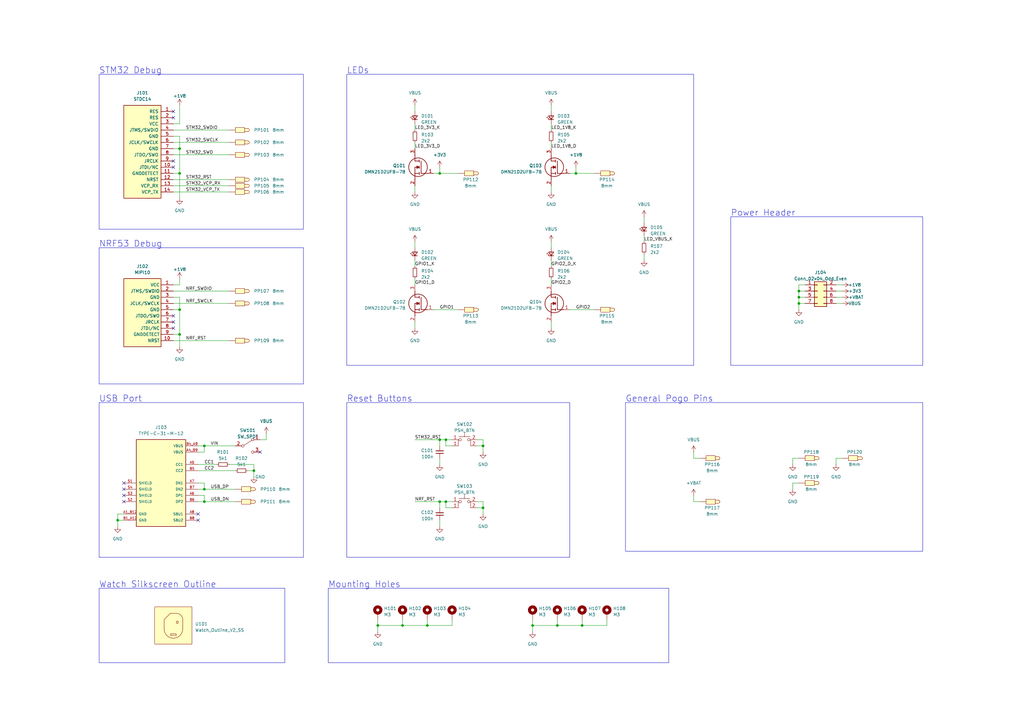
<source format=kicad_sch>
(kicad_sch (version 20230121) (generator eeschema)
  (paper "A3")
  (title_block (title "Watch Test Rig") (date "2023-12-25") (rev "1") (comment 1 "Checked by Ben Smith 25/12/23"))
  (lib_symbols
    (symbol "Connector_Generic:Conn_02x04_Odd_Even" (pin_names (offset 1.016) hide)
      (property "Reference" "J" (at 1.27 5.08 0))
      (property "Value" "Conn_02x04_Odd_Even" (at 1.27 -7.62 0))
      (symbol "Conn_02x04_Odd_Even_1_1"
        (rectangle (start -1.27 -4.953) (end 0 -5.207) (stroke (width 0.1524)))
        (rectangle (start -1.27 -2.413) (end 0 -2.667) (stroke (width 0.1524)))
        (rectangle (start -1.27 0.127) (end 0 -0.127) (stroke (width 0.1524)))
        (rectangle (start -1.27 2.667) (end 0 2.413) (stroke (width 0.1524)))
        (rectangle (start -1.27 3.81) (end 3.81 -6.35) (stroke (width 0.254)) (fill (type background)))
        (rectangle (start 3.81 -4.953) (end 2.54 -5.207) (stroke (width 0.1524)))
        (rectangle (start 3.81 -2.413) (end 2.54 -2.667) (stroke (width 0.1524)))
        (rectangle (start 3.81 0.127) (end 2.54 -0.127) (stroke (width 0.1524)))
        (rectangle (start 3.81 2.667) (end 2.54 2.413) (stroke (width 0.1524)))
        (pin passive line (at -5.08 2.54 0) (length 3.81) (name "Pin_1") (number "1"))
        (pin passive line (at 7.62 2.54 180) (length 3.81) (name "Pin_2") (number "2"))
        (pin passive line (at -5.08 0 0) (length 3.81) (name "Pin_3") (number "3"))
        (pin passive line (at 7.62 0 180) (length 3.81) (name "Pin_4") (number "4"))
        (pin passive line (at -5.08 -2.54 0) (length 3.81) (name "Pin_5") (number "5"))
        (pin passive line (at 7.62 -2.54 180) (length 3.81) (name "Pin_6") (number "6"))
        (pin passive line (at -5.08 -5.08 0) (length 3.81) (name "Pin_7") (number "7"))
        (pin passive line (at 7.62 -5.08 180) (length 3.81) (name "Pin_8") (number "8"))
      )
    )
    (symbol "DMN21D2UFB-7B:DMN21D2UFB-7B" (pin_names hide)
      (property "Reference" "Q" (at 11.43 3.81 0))
      (property "Value" "DMN21D2UFB-7B" (at 11.43 1.27 0))
      (symbol "DMN21D2UFB-7B_1_1"
        (polyline (pts (xy 2.54 0) (xy 5.08 0)) (stroke (width 0.254)))
        (polyline (pts (xy 5.08 5.08) (xy 5.08 0)) (stroke (width 0.254)))
        (polyline (pts (xy 5.842 -0.508) (xy 5.842 0.508)) (stroke (width 0.254)))
        (polyline (pts (xy 5.842 0) (xy 7.62 0)) (stroke (width 0.254)))
        (polyline (pts (xy 5.842 2.032) (xy 5.842 3.048)) (stroke (width 0.254)))
        (polyline (pts (xy 5.842 5.588) (xy 5.842 4.572)) (stroke (width 0.254)))
        (polyline (pts (xy 7.62 2.54) (xy 5.842 2.54)) (stroke (width 0.254)))
        (polyline (pts (xy 7.62 2.54) (xy 7.62 -2.54)) (stroke (width 0.254)))
        (polyline (pts (xy 7.62 5.08) (xy 5.842 5.08)) (stroke (width 0.254)))
        (polyline (pts (xy 7.62 5.08) (xy 7.62 7.62)) (stroke (width 0.254)))
        (polyline (pts (xy 5.842 2.54) (xy 6.858 3.048) (xy 6.858 2.032) (xy 5.842 2.54)) (stroke (width 0.254)) (fill (type outline)))
        (circle (center 6.35 2.54) (radius 3.81) (stroke (width 0.254)))
        (pin passive line (at 0 0 0) (length 2.54) (name "G") (number "1"))
        (pin passive line (at 7.62 -5.08 90) (length 2.54) (name "S") (number "2"))
        (pin passive line (at 7.62 10.16 270) (length 2.54) (name "D") (number "3"))
      )
    )
    (symbol "Device:C_Small" (pin_numbers hide) (pin_names (offset 0.254) hide)
      (property "Reference" "C" (at 0.254 1.778 0))
      (property "Value" "C_Small" (at 0.254 -2.032 0))
      (symbol "C_Small_0_1"
        (polyline (pts (xy -1.524 -0.508) (xy 1.524 -0.508)) (stroke (width 0.3302)))
        (polyline (pts (xy -1.524 0.508) (xy 1.524 0.508)) (stroke (width 0.3048)))
      )
      (symbol "C_Small_1_1"
        (pin passive line (at 0 2.54 270) (length 2.032) (name "~") (number "1"))
        (pin passive line (at 0 -2.54 90) (length 2.032) (name "~") (number "2"))
      )
    )
    (symbol "Device:LED_Small" (pin_numbers hide) (pin_names (offset 0.254) hide)
      (property "Reference" "D" (at -1.27 3.175 0))
      (property "Value" "LED_Small" (at -4.445 -2.54 0))
      (symbol "LED_Small_0_1"
        (polyline (pts (xy -0.762 -1.016) (xy -0.762 1.016)) (stroke (width 0.254)))
        (polyline (pts (xy 1.016 0) (xy -0.762 0)))
        (polyline (pts (xy 0.762 -1.016) (xy -0.762 0) (xy 0.762 1.016) (xy 0.762 -1.016)) (stroke (width 0.254)))
        (polyline (pts (xy 0 0.762) (xy -0.508 1.27) (xy -0.254 1.27) (xy -0.508 1.27) (xy -0.508 1.016)))
        (polyline (pts (xy 0.508 1.27) (xy 0 1.778) (xy 0.254 1.778) (xy 0 1.778) (xy 0 1.524)))
      )
      (symbol "LED_Small_1_1"
        (pin passive line (at -2.54 0 0) (length 1.778) (name "K") (number "1"))
        (pin passive line (at 2.54 0 180) (length 1.778) (name "A") (number "2"))
      )
    )
    (symbol "Device:R_Small" (pin_numbers hide) (pin_names (offset 0.254) hide)
      (property "Reference" "R" (at 0.762 0.508 0))
      (property "Value" "R_Small" (at 0.762 -1.016 0))
      (symbol "R_Small_0_1"
        (rectangle (start -0.762 1.778) (end 0.762 -1.778) (stroke (width 0.2032)))
      )
      (symbol "R_Small_1_1"
        (pin passive line (at 0 2.54 270) (length 0.762) (name "~") (number "1"))
        (pin passive line (at 0 -2.54 90) (length 0.762) (name "~") (number "2"))
      )
    )
    (symbol "Mechanical:MountingHole_Pad" (pin_numbers hide) (pin_names (offset 1.016) hide)
      (property "Reference" "H" (at 0 6.35 0))
      (property "Value" "MountingHole_Pad" (at 0 4.445 0))
      (symbol "MountingHole_Pad_0_1"
        (circle (center 0 1.27) (radius 1.27) (stroke (width 1.27)))
      )
      (symbol "MountingHole_Pad_1_1"
        (pin input line (at 0 -2.54 90) (length 2.54) (name "1") (number "1"))
      )
    )
    (symbol "Switch:SW_SPDT" (pin_names (offset 0) hide)
      (property "Reference" "SW" (at 0 4.318 0))
      (property "Value" "SW_SPDT" (at 0 -5.08 0))
      (symbol "SW_SPDT_0_0"
        (circle (center -2.032 0) (radius 0.508))
        (circle (center 2.032 -2.54) (radius 0.508))
      )
      (symbol "SW_SPDT_0_1"
        (polyline (pts (xy -1.524 0.254) (xy 1.651 2.286)))
        (circle (center 2.032 2.54) (radius 0.508))
      )
      (symbol "SW_SPDT_1_1"
        (pin passive line (at 5.08 2.54 180) (length 2.54) (name "A") (number "1"))
        (pin passive line (at -5.08 0 0) (length 2.54) (name "B") (number "2"))
        (pin passive line (at 5.08 -2.54 180) (length 2.54) (name "C") (number "3"))
      )
    )
    (symbol "TYPE-C-31-M-12:TYPE-C-31-M-12" (pin_names (offset 1.016))
      (property "Reference" "J" (at 0 16.51 0))
      (property "Value" "TYPE-C-31-M-12" (at 0 15.24 0))
      (symbol "TYPE-C-31-M-12_0_0"
        (rectangle (start -10.16 12.7) (end 10.16 -22.86) (stroke (width 0.254)) (fill (type background)))
        (pin power_in line (at 15.24 -17.78 180) (length 5.08) (name "GND") (number "A1_B12"))
        (pin power_in line (at -15.24 7.62 0) (length 5.08) (name "VBUS") (number "A4_B9"))
        (pin bidirectional line (at -15.24 2.54 0) (length 5.08) (name "CC1") (number "A5"))
        (pin bidirectional line (at -15.24 -10.16 0) (length 5.08) (name "DP1") (number "A6"))
        (pin bidirectional line (at -15.24 -5.08 0) (length 5.08) (name "DN1") (number "A7"))
        (pin bidirectional line (at -15.24 -17.78 0) (length 5.08) (name "SBU1") (number "A8"))
        (pin power_in line (at 15.24 -20.32 180) (length 5.08) (name "GND") (number "B1_A12"))
        (pin power_in line (at -15.24 10.16 0) (length 5.08) (name "VBUS") (number "B4_A9"))
        (pin bidirectional line (at -15.24 0 0) (length 5.08) (name "CC2") (number "B5"))
        (pin bidirectional line (at -15.24 -12.7 0) (length 5.08) (name "DP2") (number "B6"))
        (pin bidirectional line (at -15.24 -7.62 0) (length 5.08) (name "DN2") (number "B7"))
        (pin bidirectional line (at -15.24 -20.32 0) (length 5.08) (name "SBU2") (number "B8"))
        (pin passive line (at 15.24 -12.7 180) (length 5.08) (name "SHIELD") (number "S2"))
        (pin passive line (at 15.24 -10.16 180) (length 5.08) (name "SHIELD") (number "S3"))
        (pin passive line (at 15.24 -7.62 180) (length 5.08) (name "SHIELD") (number "S4"))
      )
      (symbol "TYPE-C-31-M-12_1_0"
        (pin passive line (at 15.24 -5.08 180) (length 5.08) (name "SHIELD") (number "S1"))
      )
    )
    (symbol "power:+1V8" (power) (pin_names (offset 0))
      (property "Value" "+1V8" (at 0 3.556 0))
      (symbol "+1V8_0_1"
        (polyline (pts (xy -0.762 1.27) (xy 0 2.54)))
        (polyline (pts (xy 0 0) (xy 0 2.54)))
        (polyline (pts (xy 0 2.54) (xy 0.762 1.27)))
      )
      (symbol "+1V8_1_1"
        (pin power_in line (at 0 0 90) (length 0) hide (name "+1V8") (number "1"))
      )
    )
    (symbol "power:+3V3" (power) (pin_names (offset 0))
      (property "Value" "+3V3" (at 0 3.556 0))
      (symbol "+3V3_0_1"
        (polyline (pts (xy -0.762 1.27) (xy 0 2.54)))
        (polyline (pts (xy 0 0) (xy 0 2.54)))
        (polyline (pts (xy 0 2.54) (xy 0.762 1.27)))
      )
      (symbol "+3V3_1_1"
        (pin power_in line (at 0 0 90) (length 0) hide (name "+3V3") (number "1"))
      )
    )
    (symbol "power:GND" (power) (pin_names (offset 0))
      (property "Value" "GND" (at 0 -3.81 0))
      (symbol "GND_0_1"
        (polyline (pts (xy 0 0) (xy 0 -1.27) (xy 1.27 -1.27) (xy 0 -2.54) (xy -1.27 -1.27) (xy 0 -1.27)))
      )
      (symbol "GND_1_1"
        (pin power_in line (at 0 0 270) (length 0) hide (name "GND") (number "1"))
      )
    )
    (symbol "power:VBUS" (power) (pin_names (offset 0))
      (property "Value" "VBUS" (at 0 3.81 0))
      (symbol "VBUS_0_1"
        (polyline (pts (xy -0.762 1.27) (xy 0 2.54)))
        (polyline (pts (xy 0 0) (xy 0 2.54)))
        (polyline (pts (xy 0 2.54) (xy 0.762 1.27)))
      )
      (symbol "VBUS_1_1"
        (pin power_in line (at 0 0 90) (length 0) hide (name "VBUS") (number "1"))
      )
    )
    (symbol "watch_symbols_lib:+VBAT" (power) (pin_names (offset 0))
      (property "Value" "+VBAT" (at 0 3.556 0))
      (symbol "+VBAT_0_1"
        (polyline (pts (xy -0.762 1.27) (xy 0 2.54)))
        (polyline (pts (xy 0 0) (xy 0 2.54)))
        (polyline (pts (xy 0 2.54) (xy 0.762 1.27)))
      )
      (symbol "+VBAT_1_1"
        (pin power_in line (at 0 0 90) (length 0) hide (name "+VBAT") (number "1"))
      )
    )
    (symbol "watch_symbols_lib:MIPI10"
      (property "Reference" "J" (at 0 17.78 0))
      (property "Value" "MIPI10" (at 0 15.24 0))
      (symbol "MIPI10_1_1"
        (rectangle (start -7.62 12.7) (end 7.62 -15.24) (stroke (width 0.254)) (fill (type background)))
        (pin passive line (at -12.7 10.16 0) (length 5.08) (name "VCC") (number "1"))
        (pin passive line (at -12.7 -12.7 0) (length 5.08) (name "NRST") (number "10"))
        (pin passive line (at -12.7 7.62 0) (length 5.08) (name "JTMS/SWDIO") (number "2"))
        (pin passive line (at -12.7 5.08 0) (length 5.08) (name "GND") (number "3"))
        (pin passive line (at -12.7 2.54 0) (length 5.08) (name "JCLK/SWCLK") (number "4"))
        (pin passive line (at -12.7 0 0) (length 5.08) (name "GND") (number "5"))
        (pin passive line (at -12.7 -2.54 0) (length 5.08) (name "JTDO/SWO") (number "6"))
        (pin passive line (at -12.7 -5.08 0) (length 5.08) (name "JRCLK") (number "7"))
        (pin passive line (at -12.7 -7.62 0) (length 5.08) (name "JTDI/NC") (number "8"))
        (pin passive line (at -12.7 -10.16 0) (length 5.08) (name "GNDDETECT") (number "9"))
      )
    )
    (symbol "watch_symbols_lib:PSH_BTN" (pin_names (offset 1.016) hide)
      (property "Reference" "SW" (at -1.27 10.16 0))
      (property "Value" "PSH_BTN" (at 0 6.985 0))
      (symbol "PSH_BTN_0_1"
        (circle (center -1.778 2.54) (radius 0.508))
        (polyline (pts (xy -2.286 3.81) (xy 2.286 3.81)))
        (polyline (pts (xy 0 3.81) (xy 0 5.588)))
        (polyline (pts (xy -2.54 0) (xy -2.54 2.54) (xy -2.286 2.54)))
        (polyline (pts (xy 2.54 0) (xy 2.54 2.54) (xy 2.286 2.54)))
        (circle (center 1.778 2.54) (radius 0.508))
        (pin passive line (at -5.08 0 0) (length 2.54) (name "1") (number "1"))
        (pin passive line (at -5.08 2.54 0) (length 2.54) (name "1") (number "1"))
        (pin passive line (at 5.08 0 180) (length 2.54) (name "2") (number "2"))
        (pin passive line (at 5.08 2.54 180) (length 2.54) (name "2") (number "2"))
      )
    )
    (symbol "watch_symbols_lib:Pogo_Pin_8mm_SMD" (pin_numbers hide) (pin_names (offset 0.762) hide)
      (property "Reference" "PP" (at 0 8.89 0))
      (property "Value" "Pogo_Pin_8mm_SMD" (at 0 7.112 0))
      (symbol "Pogo_Pin_8mm_SMD_0_1"
        (polyline (pts (xy -0.635 3.81) (xy -0.635 3.81) (xy -0.635 5.08)))
        (polyline (pts (xy 0.635 3.81) (xy 0.635 3.81) (xy 0.635 5.08)))
        (arc (start 0 5.715) (mid -0.449 5.529) (end -0.635 5.08))
        (arc (start 0.635 5.08) (mid 0.449 5.529) (end 0 5.715))
      )
      (symbol "Pogo_Pin_8mm_SMD_1_1"
        (rectangle (start -1.016 3.81) (end 1.016 0) (fill (type background)))
        (rectangle (start -0.635 5.08) (end 0.635 3.81) (stroke (width -0.0001)) (fill (type background)))
        (circle (center 0 5.08) (radius 0.635) (stroke (width -0.0001)) (fill (type background)))
        (pin passive line (at 0 -2.54 90) (length 2.54) (name "1") (number "1"))
      )
    )
    (symbol "watch_symbols_lib:STDC14" (pin_names (offset 1.016))
      (property "Reference" "J" (at 0 22.86 0))
      (property "Value" "STDC14" (at 0 20.32 0))
      (symbol "STDC14_1_1"
        (rectangle (start -7.62 17.78) (end 7.62 -20.32) (stroke (width 0.254)) (fill (type background)))
        (pin passive line (at -12.7 15.24 0) (length 5.08) (name "RES") (number "1"))
        (pin passive line (at -12.7 -7.62 0) (length 5.08) (name "JTDI/NC") (number "10"))
        (pin passive line (at -12.7 -10.16 0) (length 5.08) (name "GNDDETECT") (number "11"))
        (pin passive line (at -12.7 -12.7 0) (length 5.08) (name "NRST") (number "12"))
        (pin passive line (at -12.7 -15.24 0) (length 5.08) (name "VCP_RX") (number "13"))
        (pin passive line (at -12.7 -17.78 0) (length 5.08) (name "VCP_TX") (number "14"))
        (pin passive line (at -12.7 12.7 0) (length 5.08) (name "RES") (number "2"))
        (pin passive line (at -12.7 10.16 0) (length 5.08) (name "VCC") (number "3"))
        (pin passive line (at -12.7 7.62 0) (length 5.08) (name "JTMS/SWDIO") (number "4"))
        (pin passive line (at -12.7 5.08 0) (length 5.08) (name "GND") (number "5"))
        (pin passive line (at -12.7 2.54 0) (length 5.08) (name "JCLK/SWCLK") (number "6"))
        (pin passive line (at -12.7 0 0) (length 5.08) (name "GND") (number "7"))
        (pin passive line (at -12.7 -2.54 0) (length 5.08) (name "JTDO/SWO") (number "8"))
        (pin passive line (at -12.7 -5.08 0) (length 5.08) (name "JRCLK") (number "9"))
      )
    )
    (symbol "watch_symbols_lib:Watch_Outline_V2_SS" (pin_numbers hide) (pin_names (offset 0) hide) (in_bom no)
      (property "Reference" "U" (at 0 12.7 0))
      (property "Value" "Watch_Outline_V2_SS" (at 0 10.16 0))
      (symbol "Watch_Outline_V2_SS_1_1"
        (rectangle (start -7.62 7.62) (end 7.62 -7.62) (fill (type background)))
        (arc (start -3.81 -1.397) (mid -2.6941 -4.0911) (end 0 -5.207))
        (rectangle (start -1.143 -3.429) (end 1.143 -4.064))
        (arc (start 0 -5.207) (mid 2.6941 -4.0911) (end 3.81 -1.397))
        (polyline (pts (xy -1.27 4.953) (xy 1.27 4.953)))
        (polyline (pts (xy 3.81 -1.397) (xy 3.81 -0.127)))
        (polyline (pts (xy 3.81 2.413) (xy 3.81 -0.127)))
        (polyline (pts (xy -1.27 4.953) (xy -3.81 2.413) (xy -3.81 -1.397)))
        (rectangle (start 1.27 1.778) (end 1.905 0.889))
        (arc (start 3.818 2.421) (mid 3.0717 4.2147) (end 1.278 4.961))
      )
    )
  )
  (junction (at 73.66 127))
  (junction (at 165.1 256.54))
  (junction (at 73.66 71.12))
  (junction (at 175.26 256.54))
  (junction (at 83.82 205.74))
  (junction (at 327.66 121.92))
  (junction (at 182.88 205.74))
  (junction (at 48.26 213.36))
  (junction (at 182.88 180.34))
  (junction (at 218.44 256.54))
  (junction (at 180.34 180.34))
  (junction (at 327.66 124.46))
  (junction (at 228.6 256.54))
  (junction (at 180.34 205.74))
  (junction (at 198.12 208.28))
  (junction (at 238.76 256.54))
  (junction (at 104.14 193.04))
  (junction (at 73.66 137.16))
  (junction (at 73.66 60.96))
  (junction (at 83.82 200.66))
  (junction (at 236.22 71.12))
  (junction (at 180.34 71.12))
  (junction (at 198.12 182.88))
  (junction (at 327.66 119.38))
  (junction (at 154.94 256.54))
  (junction (at 83.82 182.88))
  (no_connect (at 71.12 66.04))
  (no_connect (at 50.8 203.2))
  (no_connect (at 71.12 129.54))
  (no_connect (at 81.28 213.36))
  (no_connect (at 71.12 48.26))
  (no_connect (at 81.28 210.82))
  (no_connect (at 71.12 68.58))
  (no_connect (at 50.8 200.66))
  (no_connect (at 71.12 134.62))
  (no_connect (at 50.8 205.74))
  (no_connect (at 50.8 198.12))
  (no_connect (at 106.68 185.42))
  (no_connect (at 71.12 45.72))
  (no_connect (at 71.12 132.08))
  (wire (pts (xy 170.18 106.68) (xy 170.18 109.22)))
  (wire (pts (xy 198.12 182.88) (xy 198.12 185.42)))
  (wire (pts (xy 154.94 256.54) (xy 154.94 259.08)))
  (wire (pts (xy 327.66 116.84) (xy 330.2 116.84)))
  (wire (pts (xy 185.42 208.28) (xy 182.88 208.28)))
  (wire (pts (xy 182.88 208.28) (xy 182.88 205.74)))
  (wire (pts (xy 71.12 78.74) (xy 93.98 78.74)))
  (wire (pts (xy 180.34 187.96) (xy 180.34 190.5)))
  (wire (pts (xy 81.28 198.12) (xy 83.82 198.12)))
  (wire (pts (xy 327.66 124.46) (xy 330.2 124.46)))
  (wire (pts (xy 170.18 58.42) (xy 170.18 60.96)))
  (wire (pts (xy 73.66 81.28) (xy 73.66 71.12)))
  (wire (pts (xy 81.28 193.04) (xy 96.52 193.04)))
  (wire (pts (xy 71.12 116.84) (xy 73.66 116.84)))
  (wire (pts (xy 83.82 182.88) (xy 83.82 185.42)))
  (wire (pts (xy 284.48 185.42) (xy 284.48 187.96)))
  (wire (pts (xy 330.2 119.38) (xy 327.66 119.38)))
  (wire (pts (xy 170.18 205.74) (xy 180.34 205.74)))
  (wire (pts (xy 345.44 116.84) (xy 342.9 116.84)))
  (wire (pts (xy 170.18 180.34) (xy 180.34 180.34)))
  (wire (pts (xy 284.48 187.96) (xy 287.02 187.96)))
  (wire (pts (xy 101.6 193.04) (xy 104.14 193.04)))
  (wire (pts (xy 81.28 205.74) (xy 83.82 205.74)))
  (wire (pts (xy 48.26 210.82) (xy 48.26 213.36)))
  (wire (pts (xy 195.58 205.74) (xy 198.12 205.74)))
  (wire (pts (xy 327.66 116.84) (xy 327.66 119.38)))
  (wire (pts (xy 71.12 63.5) (xy 93.98 63.5)))
  (wire (pts (xy 71.12 139.7) (xy 93.98 139.7)))
  (wire (pts (xy 83.82 182.88) (xy 96.52 182.88)))
  (wire (pts (xy 71.12 127) (xy 73.66 127)))
  (wire (pts (xy 185.42 182.88) (xy 182.88 182.88)))
  (wire (pts (xy 226.06 106.68) (xy 226.06 109.22)))
  (wire (pts (xy 325.12 200.66) (xy 325.12 198.12)))
  (wire (pts (xy 195.58 208.28) (xy 198.12 208.28)))
  (wire (pts (xy 73.66 137.16) (xy 73.66 142.24)))
  (wire (pts (xy 226.06 134.62) (xy 226.06 132.08)))
  (wire (pts (xy 73.66 121.92) (xy 73.66 127)))
  (wire (pts (xy 226.06 78.74) (xy 226.06 76.2)))
  (wire (pts (xy 264.16 96.52) (xy 264.16 99.06)))
  (wire (pts (xy 236.22 71.12) (xy 243.84 71.12)))
  (wire (pts (xy 48.26 213.36) (xy 50.8 213.36)))
  (wire (pts (xy 73.66 71.12) (xy 73.66 60.96)))
  (wire (pts (xy 175.26 256.54) (xy 175.26 254)))
  (wire (pts (xy 71.12 71.12) (xy 73.66 71.12)))
  (wire (pts (xy 342.9 187.96) (xy 345.44 187.96)))
  (wire (pts (xy 170.18 78.74) (xy 170.18 76.2)))
  (wire (pts (xy 170.18 134.62) (xy 170.18 132.08)))
  (wire (pts (xy 264.16 104.14) (xy 264.16 106.68)))
  (wire (pts (xy 180.34 213.36) (xy 180.34 215.9)))
  (wire (pts (xy 327.66 124.46) (xy 327.66 127)))
  (wire (pts (xy 71.12 121.92) (xy 73.66 121.92)))
  (wire (pts (xy 93.98 190.5) (xy 104.14 190.5)))
  (wire (pts (xy 218.44 256.54) (xy 218.44 254)))
  (wire (pts (xy 104.14 193.04) (xy 104.14 195.58)))
  (wire (pts (xy 71.12 58.42) (xy 93.98 58.42)))
  (wire (pts (xy 236.22 68.58) (xy 236.22 71.12)))
  (wire (pts (xy 228.6 256.54) (xy 228.6 254)))
  (wire (pts (xy 71.12 53.34) (xy 93.98 53.34)))
  (wire (pts (xy 195.58 180.34) (xy 198.12 180.34)))
  (wire (pts (xy 71.12 55.88) (xy 73.66 55.88)))
  (wire (pts (xy 284.48 205.74) (xy 287.02 205.74)))
  (wire (pts (xy 325.12 198.12) (xy 327.66 198.12)))
  (wire (pts (xy 226.06 99.06) (xy 226.06 101.6)))
  (wire (pts (xy 180.34 71.12) (xy 187.96 71.12)))
  (wire (pts (xy 342.9 190.5) (xy 342.9 187.96)))
  (wire (pts (xy 73.66 43.18) (xy 73.66 50.8)))
  (wire (pts (xy 83.82 205.74) (xy 96.52 205.74)))
  (wire (pts (xy 81.28 190.5) (xy 88.9 190.5)))
  (wire (pts (xy 177.8 71.12) (xy 180.34 71.12)))
  (wire (pts (xy 218.44 256.54) (xy 218.44 259.08)))
  (wire (pts (xy 104.14 190.5) (xy 104.14 193.04)))
  (wire (pts (xy 81.28 203.2) (xy 83.82 203.2)))
  (wire (pts (xy 48.26 213.36) (xy 48.26 215.9)))
  (wire (pts (xy 83.82 205.74) (xy 83.82 203.2)))
  (wire (pts (xy 327.66 119.38) (xy 327.66 121.92)))
  (wire (pts (xy 226.06 43.18) (xy 226.06 45.72)))
  (wire (pts (xy 71.12 137.16) (xy 73.66 137.16)))
  (wire (pts (xy 264.16 88.9) (xy 264.16 91.44)))
  (wire (pts (xy 185.42 180.34) (xy 182.88 180.34)))
  (wire (pts (xy 218.44 256.54) (xy 228.6 256.54)))
  (wire (pts (xy 165.1 256.54) (xy 175.26 256.54)))
  (wire (pts (xy 83.82 198.12) (xy 83.82 200.66)))
  (wire (pts (xy 180.34 205.74) (xy 182.88 205.74)))
  (wire (pts (xy 170.18 43.18) (xy 170.18 45.72)))
  (wire (pts (xy 185.42 205.74) (xy 182.88 205.74)))
  (wire (pts (xy 81.28 182.88) (xy 83.82 182.88)))
  (wire (pts (xy 170.18 99.06) (xy 170.18 101.6)))
  (wire (pts (xy 109.22 177.8) (xy 109.22 180.34)))
  (wire (pts (xy 345.44 119.38) (xy 342.9 119.38)))
  (wire (pts (xy 165.1 256.54) (xy 165.1 254)))
  (wire (pts (xy 284.48 203.2) (xy 284.48 205.74)))
  (wire (pts (xy 73.66 127) (xy 73.66 137.16)))
  (wire (pts (xy 226.06 50.8) (xy 226.06 53.34)))
  (wire (pts (xy 182.88 182.88) (xy 182.88 180.34)))
  (wire (pts (xy 233.68 71.12) (xy 236.22 71.12)))
  (wire (pts (xy 81.28 200.66) (xy 83.82 200.66)))
  (wire (pts (xy 50.8 210.82) (xy 48.26 210.82)))
  (wire (pts (xy 71.12 50.8) (xy 73.66 50.8)))
  (wire (pts (xy 73.66 55.88) (xy 73.66 60.96)))
  (wire (pts (xy 198.12 208.28) (xy 198.12 210.82)))
  (wire (pts (xy 154.94 256.54) (xy 154.94 254)))
  (wire (pts (xy 327.66 121.92) (xy 330.2 121.92)))
  (wire (pts (xy 226.06 58.42) (xy 226.06 60.96)))
  (wire (pts (xy 345.44 121.92) (xy 342.9 121.92)))
  (wire (pts (xy 180.34 205.74) (xy 180.34 208.28)))
  (wire (pts (xy 325.12 187.96) (xy 327.66 187.96)))
  (wire (pts (xy 325.12 190.5) (xy 325.12 187.96)))
  (wire (pts (xy 154.94 256.54) (xy 165.1 256.54)))
  (wire (pts (xy 198.12 180.34) (xy 198.12 182.88)))
  (wire (pts (xy 198.12 205.74) (xy 198.12 208.28)))
  (wire (pts (xy 180.34 180.34) (xy 180.34 182.88)))
  (wire (pts (xy 228.6 256.54) (xy 238.76 256.54)))
  (wire (pts (xy 185.42 256.54) (xy 185.42 254)))
  (wire (pts (xy 73.66 114.3) (xy 73.66 116.84)))
  (wire (pts (xy 71.12 119.38) (xy 93.98 119.38)))
  (wire (pts (xy 73.66 60.96) (xy 71.12 60.96)))
  (wire (pts (xy 71.12 73.66) (xy 93.98 73.66)))
  (wire (pts (xy 170.18 50.8) (xy 170.18 53.34)))
  (wire (pts (xy 71.12 76.2) (xy 93.98 76.2)))
  (wire (pts (xy 71.12 124.46) (xy 93.98 124.46)))
  (wire (pts (xy 233.68 127) (xy 243.84 127)))
  (wire (pts (xy 180.34 180.34) (xy 182.88 180.34)))
  (wire (pts (xy 195.58 182.88) (xy 198.12 182.88)))
  (wire (pts (xy 238.76 256.54) (xy 238.76 254)))
  (wire (pts (xy 177.8 127) (xy 187.96 127)))
  (wire (pts (xy 226.06 114.3) (xy 226.06 116.84)))
  (wire (pts (xy 175.26 256.54) (xy 185.42 256.54)))
  (wire (pts (xy 81.28 185.42) (xy 83.82 185.42)))
  (wire (pts (xy 106.68 180.34) (xy 109.22 180.34)))
  (wire (pts (xy 170.18 114.3) (xy 170.18 116.84)))
  (wire (pts (xy 238.76 256.54) (xy 248.92 256.54)))
  (wire (pts (xy 327.66 121.92) (xy 327.66 124.46)))
  (wire (pts (xy 180.34 68.58) (xy 180.34 71.12)))
  (wire (pts (xy 345.44 124.46) (xy 342.9 124.46)))
  (wire (pts (xy 83.82 200.66) (xy 96.52 200.66)))
  (wire (pts (xy 248.92 256.54) (xy 248.92 254)))
  (rectangle (start 40.64 241.3) (end 116.84 271.78))
  (rectangle (start 299.72 88.9) (end 378.46 149.86))
  (rectangle (start 142.24 30.48) (end 284.48 149.86))
  (rectangle (start 40.64 101.6) (end 124.46 157.48))
  (rectangle (start 40.64 165.1) (end 124.46 228.6))
  (rectangle (start 142.24 165.1) (end 233.68 228.6))
  (rectangle (start 134.62 241.3) (end 274.32 271.78))
  (rectangle (start 256.54 165.1) (end 378.46 226.06))
  (rectangle (start 40.64 30.48) (end 124.46 93.98))
  (text "Mounting Holes" (at 134.62 241.3 0) (effects (font (size 2.54 2.54)) (justify left bottom)))
  (text "Watch Silkscreen Outline" (at 40.64 241.3 0) (effects (font (size 2.54 2.54)) (justify left bottom)))
  (text "STM32 Debug" (at 40.64 30.48 0) (effects (font (size 2.54 2.54)) (justify left bottom)))
  (text "USB Port" (at 40.64 165.1 0) (effects (font (size 2.54 2.54)) (justify left bottom)))
  (text "Reset Buttons" (at 142.24 165.1 0) (effects (font (size 2.54 2.54)) (justify left bottom)))
  (text "General Pogo Pins" (at 256.54 165.1 0) (effects (font (size 2.54 2.54)) (justify left bottom)))
  (text "Power Header" (at 299.72 88.9 0) (effects (font (size 2.54 2.54)) (justify left bottom)))
  (text "LEDs" (at 142.24 30.48 0) (effects (font (size 2.54 2.54)) (justify left bottom)))
  (text "NRF53 Debug" (at 40.64 101.6 0) (effects (font (size 2.54 2.54)) (justify left bottom)))
  (label "STM32_SWCLK" (at 76.2 58.42 0))
  (label "LED_3V3_D" (at 170.18 60.96 0))
  (label "LED_VBUS_K" (at 264.16 99.06 0))
  (label "NRF_SWDIO" (at 76.2 119.38 0))
  (label "LED_3V3_K" (at 170.18 53.34 0))
  (label "STM32_SWDIO" (at 76.2 53.34 0))
  (label "NRF_SWCLK" (at 76.2 124.46 0))
  (label "VIN" (at 86.36 182.88 0))
  (label "CC1" (at 83.82 190.5 0))
  (label "GPIO2_D" (at 226.06 116.84 0))
  (label "STM32_SWO" (at 76.2 63.5 0))
  (label "LED_1V8_D" (at 226.06 60.96 0))
  (label "NRF_RST" (at 170.18 205.74 0))
  (label "GPIO1" (at 180.34 127 0))
  (label "STM32_VCP_TX" (at 76.2 78.74 0))
  (label "GPIO1_D" (at 170.18 116.84 0))
  (label "STM32_RST" (at 76.2 73.66 0))
  (label "LED_1V8_K" (at 226.06 53.34 0))
  (label "STM32_VCP_RX" (at 76.2 76.2 0))
  (label "USB_DP" (at 86.36 200.66 0))
  (label "USB_DN" (at 86.36 205.74 0))
  (label "GPIO2_D_K" (at 226.06 109.22 0))
  (label "GPIO1_K" (at 170.18 109.22 0))
  (label "GPIO2" (at 236.22 127 0))
  (label "STM32_RST" (at 170.18 180.34 0))
  (label "CC2" (at 83.82 193.04 0))
  (label "NRF_RST" (at 76.2 139.7 0))
  (symbol (lib_id "DMN21D2UFB-7B:DMN21D2UFB-7B") (at 177.8 127 0) (mirror y) (unit 1)
    (property "Reference" "Q102" (at 166.37 123.825 0) (effects (justify left)))
    (property "Value" "DMN21D2UFB-7B" (at 166.37 126.365 0) (effects (justify left)))
    (property "Footprint" "watch_footprints:DMN21D2UFB7B" (effects hide))
    (property "Datasheet" "https://componentsearchengine.com/Datasheets/1/DMN21D2UFB-7B.pdf" (effects hide))
    (property "Height" "0.53" (effects hide))
    (property "Mouser Part Number" "621-DMN21D2UFB-7B" (effects hide))
    (property "Manufacturer_Name" "Diodes Incorporated" (effects hide))
    (property "Manufacturer_Part_Number" "DMN21D2UFB-7B" (effects hide))
  )
  (symbol (lib_id "power:GND") (at 180.34 215.9 0) (unit 1)
    (property "Reference" "#PWR0115" (effects hide))
    (property "Value" "GND" (at 180.34 220.98 0))
  )
  (symbol (lib_id "watch_symbols_lib:MIPI10") (at 58.42 127 0) (mirror y) (unit 1)
    (property "Reference" "J102" (at 58.42 109.22 0))
    (property "Value" "MIPI10" (at 58.42 111.76 0))
    (property "Footprint" "watch_footprints:MIPI10" (effects hide))
  )
  (symbol (lib_id "power:GND") (at 325.12 200.66 0) (unit 1)
    (property "Reference" "#PWR0129" (effects hide))
    (property "Value" "GND" (at 325.12 205.74 0))
  )
  (symbol (lib_id "watch_symbols_lib:Pogo_Pin_8mm_SMD") (at 96.52 124.46 270) (unit 1)
    (property "Reference" "PP108" (at 104.14 124.46 90) (effects (justify left)))
    (property "Value" "8mm" (at 111.76 124.46 90) (effects (justify left)))
    (property "Footprint" "TestPoint:TestPoint_Pad_D2.0mm" (effects hide))
  )
  (symbol (lib_id "power:GND") (at 327.66 127 0) (unit 1)
    (property "Reference" "#PWR0130" (effects hide))
    (property "Value" "GND" (at 327.66 132.08 0))
  )
  (symbol (lib_id "Device:LED_Small") (at 170.18 104.14 90) (unit 1)
    (property "Reference" "D102" (at 172.72 103.4415 90) (effects (justify right)))
    (property "Value" "GREEN" (at 172.72 105.9815 90) (effects (justify right)))
    (property "Footprint" "Diode_SMD:D_0603_1608Metric" (effects hide))
  )
  (symbol (lib_id "Connector_Generic:Conn_02x04_Odd_Even") (at 335.28 119.38 0) (unit 1)
    (property "Reference" "J104" (at 336.55 111.76 0))
    (property "Value" "Conn_02x04_Odd_Even" (at 336.55 114.3 0))
    (property "Footprint" "Connector_PinHeader_2.54mm:PinHeader_2x04_P2.54mm_Vertical" (effects hide))
  )
  (symbol (lib_id "watch_symbols_lib:Pogo_Pin_8mm_SMD") (at 96.52 76.2 270) (unit 1)
    (property "Reference" "PP105" (at 104.14 76.2 90) (effects (justify left)))
    (property "Value" "8mm" (at 111.76 76.2 90) (effects (justify left)))
    (property "Footprint" "TestPoint:TestPoint_Pad_D2.0mm" (effects hide))
  )
  (symbol (lib_id "Device:LED_Small") (at 226.06 104.14 90) (unit 1)
    (property "Reference" "D104" (at 228.6 103.4415 90) (effects (justify right)))
    (property "Value" "GREEN" (at 228.6 105.9815 90) (effects (justify right)))
    (property "Footprint" "Diode_SMD:D_0603_1608Metric" (effects hide))
  )
  (symbol (lib_id "power:GND") (at 325.12 190.5 0) (unit 1)
    (property "Reference" "#PWR0128" (effects hide))
    (property "Value" "GND" (at 325.12 195.58 0))
  )
  (symbol (lib_id "power:GND") (at 198.12 210.82 0) (unit 1)
    (property "Reference" "#PWR0117" (effects hide))
    (property "Value" "GND" (at 198.12 215.9 0))
  )
  (symbol (lib_id "Mechanical:MountingHole_Pad") (at 185.42 251.46 0) (unit 1)
    (property "Reference" "H104" (at 187.96 249.555 0) (effects (justify left)))
    (property "Value" "M3" (at 187.96 252.095 0) (effects (justify left)))
    (property "Footprint" "MountingHole:MountingHole_3.2mm_M3_DIN965_Pad_TopBottom" (effects hide))
  )
  (symbol (lib_id "watch_symbols_lib:Pogo_Pin_8mm_SMD") (at 330.2 198.12 270) (unit 1)
    (property "Reference" "PP119" (at 332.74 195.58 90))
    (property "Value" "8mm" (at 332.74 200.66 90))
    (property "Footprint" "TestPoint:TestPoint_Pad_D2.0mm" (effects hide))
  )
  (symbol (lib_id "Device:R_Small") (at 99.06 193.04 90) (unit 1)
    (property "Reference" "R102" (at 99.06 187.96 90))
    (property "Value" "5k1" (at 99.06 190.5 90))
    (property "Footprint" "Resistor_SMD:R_0402_1005Metric" (effects hide))
  )
  (symbol (lib_id "power:GND") (at 226.06 134.62 0) (unit 1)
    (property "Reference" "#PWR0122" (effects hide))
    (property "Value" "GND" (at 226.06 139.7 0))
  )
  (symbol (lib_id "Device:LED_Small") (at 264.16 93.98 90) (unit 1)
    (property "Reference" "D105" (at 266.7 93.2815 90) (effects (justify right)))
    (property "Value" "GREEN" (at 266.7 95.8215 90) (effects (justify right)))
    (property "Footprint" "Diode_SMD:D_0603_1608Metric" (effects hide))
  )
  (symbol (lib_id "power:GND") (at 218.44 259.08 0) (unit 1)
    (property "Reference" "#PWR0118" (effects hide))
    (property "Value" "GND" (at 218.44 264.16 0))
  )
  (symbol (lib_id "Switch:SW_SPDT") (at 101.6 182.88 0) (unit 1)
    (property "Reference" "SW101" (at 101.6 176.53 0))
    (property "Value" "SW_SPDT" (at 101.6 179.07 0))
    (property "Footprint" "Connector_PinHeader_2.54mm:PinHeader_1x03_P2.54mm_Vertical" (effects hide))
  )
  (symbol (lib_id "watch_symbols_lib:Pogo_Pin_8mm_SMD") (at 190.5 127 270) (unit 1)
    (property "Reference" "PP113" (at 193.04 129.54 90))
    (property "Value" "8mm" (at 193.04 132.08 90))
    (property "Footprint" "TestPoint:TestPoint_Pad_D2.0mm" (effects hide))
  )
  (symbol (lib_id "watch_symbols_lib:Pogo_Pin_8mm_SMD") (at 96.52 139.7 270) (unit 1)
    (property "Reference" "PP109" (at 104.14 139.7 90) (effects (justify left)))
    (property "Value" "8mm" (at 111.76 139.7 90) (effects (justify left)))
    (property "Footprint" "TestPoint:TestPoint_Pad_D2.0mm" (effects hide))
  )
  (symbol (lib_id "power:GND") (at 198.12 185.42 0) (unit 1)
    (property "Reference" "#PWR0116" (effects hide))
    (property "Value" "GND" (at 198.12 190.5 0))
  )
  (symbol (lib_id "power:VBUS") (at 226.06 99.06 0) (unit 1)
    (property "Reference" "#PWR0121" (effects hide))
    (property "Value" "VBUS" (at 226.06 93.98 0))
  )
  (symbol (lib_id "Device:LED_Small") (at 226.06 48.26 90) (unit 1)
    (property "Reference" "D103" (at 228.6 47.5615 90) (effects (justify right)))
    (property "Value" "GREEN" (at 228.6 50.1015 90) (effects (justify right)))
    (property "Footprint" "Diode_SMD:D_0603_1608Metric" (effects hide))
  )
  (symbol (lib_id "Device:LED_Small") (at 170.18 48.26 90) (unit 1)
    (property "Reference" "D101" (at 172.72 47.5615 90) (effects (justify right)))
    (property "Value" "GREEN" (at 172.72 50.1015 90) (effects (justify right)))
    (property "Footprint" "Diode_SMD:D_0603_1608Metric" (effects hide))
  )
  (symbol (lib_id "Mechanical:MountingHole_Pad") (at 248.92 251.46 0) (unit 1)
    (property "Reference" "H108" (at 251.46 249.555 0) (effects (justify left)))
    (property "Value" "M3" (at 251.46 252.095 0) (effects (justify left)))
    (property "Footprint" "MountingHole:MountingHole_3.2mm_M3_DIN965_Pad_TopBottom" (effects hide))
  )
  (symbol (lib_id "Mechanical:MountingHole_Pad") (at 238.76 251.46 0) (unit 1)
    (property "Reference" "H107" (at 241.3 249.555 0) (effects (justify left)))
    (property "Value" "M3" (at 241.3 252.095 0) (effects (justify left)))
    (property "Footprint" "MountingHole:MountingHole_3.2mm_M3_DIN965_Pad_TopBottom" (effects hide))
  )
  (symbol (lib_id "Device:R_Small") (at 170.18 111.76 0) (unit 1)
    (property "Reference" "R104" (at 172.72 111.125 0) (effects (justify left)))
    (property "Value" "2k2" (at 172.72 113.665 0) (effects (justify left)))
    (property "Footprint" "Resistor_SMD:R_0402_1005Metric" (effects hide))
  )
  (symbol (lib_id "watch_symbols_lib:Pogo_Pin_8mm_SMD") (at 330.2 187.96 270) (unit 1)
    (property "Reference" "PP118" (at 332.74 185.42 90))
    (property "Value" "8mm" (at 332.74 190.5 90))
    (property "Footprint" "TestPoint:TestPoint_Pad_D2.0mm" (effects hide))
  )
  (symbol (lib_id "power:GND") (at 73.66 81.28 0) (unit 1)
    (property "Reference" "#PWR0103" (effects hide))
    (property "Value" "GND" (at 73.66 86.36 0))
  )
  (symbol (lib_id "watch_symbols_lib:Pogo_Pin_8mm_SMD") (at 246.38 127 270) (unit 1)
    (property "Reference" "PP115" (at 248.92 129.54 90))
    (property "Value" "8mm" (at 248.92 132.08 90))
    (property "Footprint" "TestPoint:TestPoint_Pad_D2.0mm" (effects hide))
  )
  (symbol (lib_id "power:+1V8") (at 73.66 43.18 0) (unit 1)
    (property "Reference" "#PWR0102" (effects hide))
    (property "Value" "+1V8" (at 73.66 39.37 0))
  )
  (symbol (lib_id "Device:R_Small") (at 226.06 55.88 0) (unit 1)
    (property "Reference" "R105" (at 228.6 55.245 0) (effects (justify left)))
    (property "Value" "2k2" (at 228.6 57.785 0) (effects (justify left)))
    (property "Footprint" "Resistor_SMD:R_0402_1005Metric" (effects hide))
  )
  (symbol (lib_id "power:+1V8") (at 73.66 114.3 0) (unit 1)
    (property "Reference" "#PWR0104" (effects hide))
    (property "Value" "+1V8" (at 73.66 110.49 0))
  )
  (symbol (lib_id "Device:C_Small") (at 180.34 185.42 0) (mirror x) (unit 1)
    (property "Reference" "C101" (at 177.8 184.7786 0) (effects (justify right)))
    (property "Value" "100n" (at 177.8 187.3186 0) (effects (justify right)))
    (property "Footprint" "Capacitor_SMD:C_0402_1005Metric" (effects hide))
  )
  (symbol (lib_id "power:+3V3") (at 345.44 119.38 270) (unit 1)
    (property "Reference" "#PWR0133" (effects hide))
    (property "Value" "+3V3" (at 347.98 119.38 90) (effects (justify left)))
  )
  (symbol (lib_id "DMN21D2UFB-7B:DMN21D2UFB-7B") (at 177.8 71.12 0) (mirror y) (unit 1)
    (property "Reference" "Q101" (at 166.37 67.945 0) (effects (justify left)))
    (property "Value" "DMN21D2UFB-7B" (at 166.37 70.485 0) (effects (justify left)))
    (property "Footprint" "watch_footprints:DMN21D2UFB7B" (effects hide))
    (property "Datasheet" "https://componentsearchengine.com/Datasheets/1/DMN21D2UFB-7B.pdf" (effects hide))
    (property "Height" "0.53" (effects hide))
    (property "Mouser Part Number" "621-DMN21D2UFB-7B" (effects hide))
    (property "Manufacturer_Name" "Diodes Incorporated" (effects hide))
    (property "Manufacturer_Part_Number" "DMN21D2UFB-7B" (effects hide))
  )
  (symbol (lib_id "power:GND") (at 170.18 78.74 0) (unit 1)
    (property "Reference" "#PWR0110" (effects hide))
    (property "Value" "GND" (at 170.18 83.82 0))
  )
  (symbol (lib_id "power:GND") (at 170.18 134.62 0) (unit 1)
    (property "Reference" "#PWR0112" (effects hide))
    (property "Value" "GND" (at 170.18 139.7 0))
  )
  (symbol (lib_id "Device:R_Small") (at 226.06 111.76 0) (unit 1)
    (property "Reference" "R106" (at 228.6 111.125 0) (effects (justify left)))
    (property "Value" "2k2" (at 228.6 113.665 0) (effects (justify left)))
    (property "Footprint" "Resistor_SMD:R_0402_1005Metric" (effects hide))
  )
  (symbol (lib_id "Mechanical:MountingHole_Pad") (at 154.94 251.46 0) (unit 1)
    (property "Reference" "H101" (at 157.48 249.555 0) (effects (justify left)))
    (property "Value" "M3" (at 157.48 252.095 0) (effects (justify left)))
    (property "Footprint" "MountingHole:MountingHole_3.2mm_M3_DIN965_Pad_TopBottom" (effects hide))
  )
  (symbol (lib_id "watch_symbols_lib:+VBAT") (at 284.48 203.2 0) (unit 1)
    (property "Reference" "#PWR0127" (effects hide))
    (property "Value" "+VBAT" (at 284.48 198.12 0))
  )
  (symbol (lib_id "power:VBUS") (at 226.06 43.18 0) (unit 1)
    (property "Reference" "#PWR0119" (effects hide))
    (property "Value" "VBUS" (at 226.06 38.1 0))
  )
  (symbol (lib_id "Device:R_Small") (at 91.44 190.5 90) (unit 1)
    (property "Reference" "R101" (at 91.44 185.42 90))
    (property "Value" "5k1" (at 91.44 187.96 90))
    (property "Footprint" "Resistor_SMD:R_0402_1005Metric" (effects hide))
  )
  (symbol (lib_id "Mechanical:MountingHole_Pad") (at 175.26 251.46 0) (unit 1)
    (property "Reference" "H103" (at 177.8 249.555 0) (effects (justify left)))
    (property "Value" "M3" (at 177.8 252.095 0) (effects (justify left)))
    (property "Footprint" "MountingHole:MountingHole_3.2mm_M3_DIN965_Pad_TopBottom" (effects hide))
  )
  (symbol (lib_id "TYPE-C-31-M-12:TYPE-C-31-M-12") (at 66.04 193.04 0) (mirror y) (unit 1)
    (property "Reference" "J103" (at 66.04 175.26 0))
    (property "Value" "TYPE-C-31-M-12" (at 66.04 177.8 0))
    (property "Footprint" "watch_footprints:TYPE-C-31-M-12" (effects hide))
    (property "PARTREV" "2020.12.08" (effects hide))
    (property "MANUFACTURER" "HRO Electronics Co., Ltd." (effects hide))
    (property "SNAPEDA_PN" "TYPE-C-31-M-12" (effects hide))
    (property "MAXIMUM_PACKAGE_HEIGHT" "3.26 mm" (effects hide))
    (property "STANDARD" "Manufacturer Recommendations" (effects hide))
  )
  (symbol (lib_id "power:GND") (at 342.9 190.5 0) (unit 1)
    (property "Reference" "#PWR0131" (effects hide))
    (property "Value" "GND" (at 342.9 195.58 0))
  )
  (symbol (lib_id "watch_symbols_lib:Pogo_Pin_8mm_SMD") (at 96.52 78.74 270) (unit 1)
    (property "Reference" "PP106" (at 104.14 78.74 90) (effects (justify left)))
    (property "Value" "8mm" (at 111.76 78.74 90) (effects (justify left)))
    (property "Footprint" "TestPoint:TestPoint_Pad_D2.0mm" (effects hide))
  )
  (symbol (lib_id "power:GND") (at 154.94 259.08 0) (unit 1)
    (property "Reference" "#PWR0108" (effects hide))
    (property "Value" "GND" (at 154.94 264.16 0))
  )
  (symbol (lib_id "watch_symbols_lib:Pogo_Pin_8mm_SMD") (at 99.06 200.66 270) (unit 1)
    (property "Reference" "PP110" (at 106.68 200.66 90) (effects (justify left)))
    (property "Value" "8mm" (at 114.3 200.66 90) (effects (justify left)))
    (property "Footprint" "TestPoint:TestPoint_Pad_D2.0mm" (effects hide))
  )
  (symbol (lib_id "watch_symbols_lib:Pogo_Pin_8mm_SMD") (at 96.52 119.38 270) (unit 1)
    (property "Reference" "PP107" (at 104.14 119.38 90) (effects (justify left)))
    (property "Value" "8mm" (at 111.76 119.38 90) (effects (justify left)))
    (property "Footprint" "TestPoint:TestPoint_Pad_D2.0mm" (effects hide))
  )
  (symbol (lib_id "power:GND") (at 226.06 78.74 0) (unit 1)
    (property "Reference" "#PWR0120" (effects hide))
    (property "Value" "GND" (at 226.06 83.82 0))
  )
  (symbol (lib_id "watch_symbols_lib:Pogo_Pin_8mm_SMD") (at 96.52 53.34 270) (unit 1)
    (property "Reference" "PP101" (at 104.14 53.34 90) (effects (justify left)))
    (property "Value" "8mm" (at 111.76 53.34 90) (effects (justify left)))
    (property "Footprint" "TestPoint:TestPoint_Pad_D2.0mm" (effects hide))
  )
  (symbol (lib_id "power:+1V8") (at 236.22 68.58 0) (unit 1)
    (property "Reference" "#PWR0123" (effects hide))
    (property "Value" "+1V8" (at 236.22 63.5 0))
  )
  (symbol (lib_id "watch_symbols_lib:PSH_BTN") (at 190.5 208.28 0) (unit 1)
    (property "Reference" "SW103" (at 190.5 199.39 0))
    (property "Value" "PSH_BTN" (at 190.5 201.93 0))
    (property "Footprint" "Button_Switch_THT:SW_PUSH_6mm_H5mm" (effects hide))
    (property "Datasheet" "http://www.apem.com/int/index.php?controller=attachment&id_attachment=1371" (effects hide))
  )
  (symbol (lib_id "power:GND") (at 264.16 106.68 0) (unit 1)
    (property "Reference" "#PWR0125" (effects hide))
    (property "Value" "GND" (at 264.16 111.76 0))
  )
  (symbol (lib_id "power:VBUS") (at 109.22 177.8 0) (unit 1)
    (property "Reference" "#PWR0107" (effects hide))
    (property "Value" "VBUS" (at 109.22 172.72 0))
  )
  (symbol (lib_id "watch_symbols_lib:Pogo_Pin_8mm_SMD") (at 347.98 187.96 270) (unit 1)
    (property "Reference" "PP120" (at 350.52 185.42 90))
    (property "Value" "8mm" (at 350.52 190.5 90))
    (property "Footprint" "TestPoint:TestPoint_Pad_D2.0mm" (effects hide))
  )
  (symbol (lib_id "watch_symbols_lib:PSH_BTN") (at 190.5 182.88 0) (unit 1)
    (property "Reference" "SW102" (at 190.5 173.99 0))
    (property "Value" "PSH_BTN" (at 190.5 176.53 0))
    (property "Footprint" "Button_Switch_THT:SW_PUSH_6mm_H5mm" (effects hide))
    (property "Datasheet" "http://www.apem.com/int/index.php?controller=attachment&id_attachment=1371" (effects hide))
  )
  (symbol (lib_id "watch_symbols_lib:Pogo_Pin_8mm_SMD") (at 289.56 205.74 270) (unit 1)
    (property "Reference" "PP117" (at 292.1 208.28 90))
    (property "Value" "8mm" (at 292.1 210.82 90))
    (property "Footprint" "TestPoint:TestPoint_Pad_D2.0mm" (effects hide))
  )
  (symbol (lib_id "power:VBUS") (at 284.48 185.42 0) (unit 1)
    (property "Reference" "#PWR0126" (effects hide))
    (property "Value" "VBUS" (at 284.48 180.34 0))
  )
  (symbol (lib_id "power:+3V3") (at 180.34 68.58 0) (unit 1)
    (property "Reference" "#PWR0113" (effects hide))
    (property "Value" "+3V3" (at 180.34 63.5 0))
  )
  (symbol (lib_id "Mechanical:MountingHole_Pad") (at 228.6 251.46 0) (unit 1)
    (property "Reference" "H106" (at 231.14 249.555 0) (effects (justify left)))
    (property "Value" "M3" (at 231.14 252.095 0) (effects (justify left)))
    (property "Footprint" "MountingHole:MountingHole_3.2mm_M3_DIN965_Pad_TopBottom" (effects hide))
  )
  (symbol (lib_id "DMN21D2UFB-7B:DMN21D2UFB-7B") (at 233.68 127 0) (mirror y) (unit 1)
    (property "Reference" "Q104" (at 222.25 123.825 0) (effects (justify left)))
    (property "Value" "DMN21D2UFB-7B" (at 222.25 126.365 0) (effects (justify left)))
    (property "Footprint" "watch_footprints:DMN21D2UFB7B" (effects hide))
    (property "Datasheet" "https://componentsearchengine.com/Datasheets/1/DMN21D2UFB-7B.pdf" (effects hide))
    (property "Height" "0.53" (effects hide))
    (property "Mouser Part Number" "621-DMN21D2UFB-7B" (effects hide))
    (property "Manufacturer_Name" "Diodes Incorporated" (effects hide))
    (property "Manufacturer_Part_Number" "DMN21D2UFB-7B" (effects hide))
  )
  (symbol (lib_id "power:+1V8") (at 345.44 116.84 270) (unit 1)
    (property "Reference" "#PWR0132" (effects hide))
    (property "Value" "+1V8" (at 350.52 116.84 90))
  )
  (symbol (lib_id "Mechanical:MountingHole_Pad") (at 218.44 251.46 0) (unit 1)
    (property "Reference" "H105" (at 220.98 249.555 0) (effects (justify left)))
    (property "Value" "M3" (at 220.98 252.095 0) (effects (justify left)))
    (property "Footprint" "MountingHole:MountingHole_3.2mm_M3_DIN965_Pad_TopBottom" (effects hide))
  )
  (symbol (lib_id "watch_symbols_lib:+VBAT") (at 345.44 121.92 270) (unit 1)
    (property "Reference" "#PWR0134" (effects hide))
    (property "Value" "+VBAT" (at 347.98 121.92 90) (effects (justify left)))
  )
  (symbol (lib_id "power:GND") (at 48.26 215.9 0) (unit 1)
    (property "Reference" "#PWR0101" (effects hide))
    (property "Value" "GND" (at 48.26 220.98 0))
  )
  (symbol (lib_id "watch_symbols_lib:Pogo_Pin_8mm_SMD") (at 99.06 205.74 270) (unit 1)
    (property "Reference" "PP111" (at 106.68 205.74 90) (effects (justify left)))
    (property "Value" "8mm" (at 114.3 205.74 90) (effects (justify left)))
    (property "Footprint" "TestPoint:TestPoint_Pad_D2.0mm" (effects hide))
  )
  (symbol (lib_id "watch_symbols_lib:Pogo_Pin_8mm_SMD") (at 289.56 187.96 270) (unit 1)
    (property "Reference" "PP116" (at 292.1 190.5 90))
    (property "Value" "8mm" (at 292.1 193.04 90))
    (property "Footprint" "TestPoint:TestPoint_Pad_D2.0mm" (effects hide))
  )
  (symbol (lib_id "DMN21D2UFB-7B:DMN21D2UFB-7B") (at 233.68 71.12 0) (mirror y) (unit 1)
    (property "Reference" "Q103" (at 222.25 67.945 0) (effects (justify left)))
    (property "Value" "DMN21D2UFB-7B" (at 222.25 70.485 0) (effects (justify left)))
    (property "Footprint" "watch_footprints:DMN21D2UFB7B" (effects hide))
    (property "Datasheet" "https://componentsearchengine.com/Datasheets/1/DMN21D2UFB-7B.pdf" (effects hide))
    (property "Height" "0.53" (effects hide))
    (property "Mouser Part Number" "621-DMN21D2UFB-7B" (effects hide))
    (property "Manufacturer_Name" "Diodes Incorporated" (effects hide))
    (property "Manufacturer_Part_Number" "DMN21D2UFB-7B" (effects hide))
  )
  (symbol (lib_id "power:VBUS") (at 170.18 99.06 0) (unit 1)
    (property "Reference" "#PWR0111" (effects hide))
    (property "Value" "VBUS" (at 170.18 93.98 0))
  )
  (symbol (lib_id "power:GND") (at 180.34 190.5 0) (unit 1)
    (property "Reference" "#PWR0114" (effects hide))
    (property "Value" "GND" (at 180.34 195.58 0))
  )
  (symbol (lib_id "watch_symbols_lib:Pogo_Pin_8mm_SMD") (at 96.52 58.42 270) (unit 1)
    (property "Reference" "PP102" (at 104.14 58.42 90) (effects (justify left)))
    (property "Value" "8mm" (at 111.76 58.42 90) (effects (justify left)))
    (property "Footprint" "TestPoint:TestPoint_Pad_D2.0mm" (effects hide))
  )
  (symbol (lib_id "watch_symbols_lib:Watch_Outline_V2_SS") (at 71.12 256.54 0) (unit 1) (in_bom no)
    (property "Reference" "U101" (at 80.01 255.905 0) (effects (justify left)))
    (property "Value" "Watch_Outline_V2_SS" (at 80.01 258.445 0) (effects (justify left)))
    (property "Footprint" "watch_footprints:Watch Outline V2 SS" (effects hide))
    (property "Sim.Enable" "0" (effects hide))
  )
  (symbol (lib_id "Device:R_Small") (at 170.18 55.88 0) (unit 1)
    (property "Reference" "R103" (at 172.72 55.245 0) (effects (justify left)))
    (property "Value" "2k2" (at 172.72 57.785 0) (effects (justify left)))
    (property "Footprint" "Resistor_SMD:R_0402_1005Metric" (effects hide))
  )
  (symbol (lib_id "Device:C_Small") (at 180.34 210.82 0) (mirror x) (unit 1)
    (property "Reference" "C102" (at 177.8 210.1786 0) (effects (justify right)))
    (property "Value" "100n" (at 177.8 212.7186 0) (effects (justify right)))
    (property "Footprint" "Capacitor_SMD:C_0402_1005Metric" (effects hide))
  )
  (symbol (lib_id "Mechanical:MountingHole_Pad") (at 165.1 251.46 0) (unit 1)
    (property "Reference" "H102" (at 167.64 249.555 0) (effects (justify left)))
    (property "Value" "M3" (at 167.64 252.095 0) (effects (justify left)))
    (property "Footprint" "MountingHole:MountingHole_3.2mm_M3_DIN965_Pad_TopBottom" (effects hide))
  )
  (symbol (lib_id "watch_symbols_lib:Pogo_Pin_8mm_SMD") (at 246.38 71.12 270) (unit 1)
    (property "Reference" "PP114" (at 248.92 73.66 90))
    (property "Value" "8mm" (at 248.92 76.2 90))
    (property "Footprint" "TestPoint:TestPoint_Pad_D2.0mm" (effects hide))
  )
  (symbol (lib_id "power:GND") (at 73.66 142.24 0) (unit 1)
    (property "Reference" "#PWR0105" (effects hide))
    (property "Value" "GND" (at 73.66 147.32 0))
  )
  (symbol (lib_id "watch_symbols_lib:Pogo_Pin_8mm_SMD") (at 96.52 63.5 270) (unit 1)
    (property "Reference" "PP103" (at 104.14 63.5 90) (effects (justify left)))
    (property "Value" "8mm" (at 111.76 63.5 90) (effects (justify left)))
    (property "Footprint" "TestPoint:TestPoint_Pad_D2.0mm" (effects hide))
  )
  (symbol (lib_id "Device:R_Small") (at 264.16 101.6 0) (unit 1)
    (property "Reference" "R107" (at 266.7 100.965 0) (effects (justify left)))
    (property "Value" "2k2" (at 266.7 103.505 0) (effects (justify left)))
    (property "Footprint" "Resistor_SMD:R_0402_1005Metric" (effects hide))
  )
  (symbol (lib_id "watch_symbols_lib:STDC14") (at 58.42 60.96 0) (mirror y) (unit 1)
    (property "Reference" "J101" (at 58.42 38.1 0))
    (property "Value" "STDC14" (at 58.42 40.64 0))
    (property "Footprint" "watch_footprints:STDC14" (effects hide))
  )
  (symbol (lib_id "watch_symbols_lib:Pogo_Pin_8mm_SMD") (at 190.5 71.12 270) (unit 1)
    (property "Reference" "PP112" (at 193.04 73.66 90))
    (property "Value" "8mm" (at 193.04 76.2 90))
    (property "Footprint" "TestPoint:TestPoint_Pad_D2.0mm" (effects hide))
  )
  (symbol (lib_id "power:VBUS") (at 345.44 124.46 270) (unit 1)
    (property "Reference" "#PWR0135" (effects hide))
    (property "Value" "VBUS" (at 347.98 124.46 90) (effects (justify left)))
  )
  (symbol (lib_id "power:VBUS") (at 170.18 43.18 0) (unit 1)
    (property "Reference" "#PWR0109" (effects hide))
    (property "Value" "VBUS" (at 170.18 38.1 0))
  )
  (symbol (lib_id "power:GND") (at 104.14 195.58 0) (unit 1)
    (property "Reference" "#PWR0106" (effects hide))
    (property "Value" "GND" (at 106.68 195.58 0))
  )
  (symbol (lib_id "power:VBUS") (at 264.16 88.9 0) (unit 1)
    (property "Reference" "#PWR0124" (effects hide))
    (property "Value" "VBUS" (at 264.16 83.82 0))
  )
  (symbol (lib_id "watch_symbols_lib:Pogo_Pin_8mm_SMD") (at 96.52 73.66 270) (unit 1)
    (property "Reference" "PP104" (at 104.14 73.66 90) (effects (justify left)))
    (property "Value" "8mm" (at 111.76 73.66 90) (effects (justify left)))
    (property "Footprint" "TestPoint:TestPoint_Pad_D2.0mm" (effects hide))
  )
)
</source>
